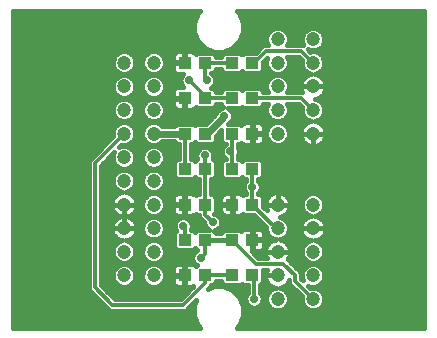
<source format=gbl>
G75*
G70*
%OFA0B0*%
%FSLAX24Y24*%
%IPPOS*%
%LPD*%
%AMOC8*
5,1,8,0,0,1.08239X$1,22.5*
%
%ADD10C,0.0472*%
%ADD11R,0.0433X0.0394*%
%ADD12C,0.0160*%
%ADD13C,0.0240*%
%ADD14C,0.0120*%
%ADD15C,0.0290*%
D10*
X011940Y002150D03*
X012924Y002150D03*
X012924Y002937D03*
X011940Y002937D03*
X011940Y003725D03*
X011940Y004512D03*
X012924Y004512D03*
X012924Y003725D03*
X012924Y005300D03*
X011940Y005300D03*
X011940Y006087D03*
X012924Y006087D03*
X012924Y006874D03*
X011940Y006874D03*
X011940Y007662D03*
X012924Y007662D03*
X012924Y008449D03*
X011940Y008449D03*
X011940Y009237D03*
X012924Y009237D03*
X017058Y009237D03*
X017058Y010024D03*
X018239Y010024D03*
X018239Y009237D03*
X018239Y008449D03*
X018239Y007662D03*
X018239Y006874D03*
X017058Y006874D03*
X017058Y007662D03*
X017058Y008449D03*
X017058Y004512D03*
X017058Y003725D03*
X017058Y002937D03*
X017058Y002150D03*
X017058Y001363D03*
X018239Y001363D03*
X018239Y002150D03*
X018239Y002937D03*
X018239Y003725D03*
X018239Y004512D03*
D11*
X016211Y004512D03*
X015542Y004512D03*
X014636Y004512D03*
X013967Y004512D03*
X013967Y003331D03*
X014636Y003331D03*
X015542Y003331D03*
X016211Y003331D03*
X016211Y002150D03*
X015542Y002150D03*
X014636Y002150D03*
X013967Y002150D03*
X013967Y005693D03*
X014636Y005693D03*
X015542Y005693D03*
X016211Y005693D03*
X016211Y006874D03*
X015542Y006874D03*
X014636Y006874D03*
X013967Y006874D03*
X013967Y008055D03*
X014636Y008055D03*
X015542Y008055D03*
X016211Y008055D03*
X016211Y009237D03*
X015542Y009237D03*
X014636Y009237D03*
X013967Y009237D03*
D12*
X008232Y010975D02*
X008232Y000411D01*
X014486Y000411D01*
X014394Y000504D01*
X014269Y000806D01*
X014269Y001132D01*
X014347Y001322D01*
X014108Y001083D01*
X013991Y000966D01*
X011629Y000966D01*
X011463Y000966D01*
X010872Y001556D01*
X010755Y001673D01*
X010755Y005807D01*
X010755Y005973D01*
X011569Y006786D01*
X011563Y006799D01*
X011563Y006949D01*
X011621Y007087D01*
X011726Y007193D01*
X011865Y007251D01*
X012014Y007251D01*
X012153Y007193D01*
X012258Y007087D01*
X012316Y006949D01*
X012316Y006799D01*
X012258Y006661D01*
X012153Y006555D01*
X012014Y006498D01*
X011865Y006498D01*
X011852Y006504D01*
X011773Y006425D01*
X011865Y006463D01*
X012014Y006463D01*
X012153Y006406D01*
X012258Y006300D01*
X012316Y006162D01*
X012316Y006012D01*
X012258Y005874D01*
X012153Y005768D01*
X012014Y005711D01*
X011865Y005711D01*
X011726Y005768D01*
X011621Y005874D01*
X011563Y006012D01*
X011563Y006162D01*
X011601Y006253D01*
X011155Y005807D01*
X011155Y001839D01*
X011629Y001366D01*
X013825Y001366D01*
X014242Y001782D01*
X014207Y001773D01*
X013986Y001773D01*
X013986Y002131D01*
X013949Y002131D01*
X013949Y001773D01*
X013727Y001773D01*
X013681Y001785D01*
X013640Y001809D01*
X013606Y001843D01*
X013583Y001884D01*
X013571Y001929D01*
X013571Y002131D01*
X013948Y002131D01*
X013948Y002168D01*
X013571Y002168D01*
X013571Y002370D01*
X013583Y002416D01*
X013606Y002457D01*
X013640Y002491D01*
X013681Y002514D01*
X013727Y002527D01*
X013949Y002527D01*
X013949Y002169D01*
X013986Y002169D01*
X013986Y002527D01*
X014207Y002527D01*
X014253Y002514D01*
X014294Y002491D01*
X014328Y002457D01*
X014329Y002454D01*
X014362Y002487D01*
X014366Y002487D01*
X014337Y002499D01*
X014257Y002579D01*
X014214Y002684D01*
X014214Y002797D01*
X014257Y002902D01*
X014337Y002982D01*
X014366Y002994D01*
X014362Y002994D01*
X014302Y003054D01*
X014242Y002994D01*
X013693Y002994D01*
X013611Y003076D01*
X013611Y003586D01*
X013667Y003642D01*
X013666Y003642D01*
X013623Y003747D01*
X013623Y003860D01*
X013666Y003965D01*
X013747Y004045D01*
X013851Y004088D01*
X013965Y004088D01*
X014069Y004045D01*
X014150Y003965D01*
X014193Y003860D01*
X014193Y003747D01*
X014167Y003684D01*
X014167Y003668D01*
X014242Y003668D01*
X014302Y003608D01*
X014362Y003668D01*
X014760Y003668D01*
X014731Y003680D01*
X014651Y003760D01*
X014607Y003865D01*
X014607Y003924D01*
X014554Y003977D01*
X014436Y004095D01*
X014436Y004175D01*
X014362Y004175D01*
X014329Y004208D01*
X014328Y004205D01*
X014294Y004171D01*
X014253Y004148D01*
X014207Y004135D01*
X013986Y004135D01*
X013986Y004493D01*
X013949Y004493D01*
X013949Y004135D01*
X013727Y004135D01*
X013681Y004148D01*
X013640Y004171D01*
X013606Y004205D01*
X013583Y004246D01*
X013571Y004292D01*
X013571Y004494D01*
X013948Y004494D01*
X013948Y004531D01*
X013571Y004531D01*
X013571Y004733D01*
X013583Y004778D01*
X013606Y004819D01*
X013640Y004853D01*
X013681Y004877D01*
X013727Y004889D01*
X013949Y004889D01*
X013949Y004531D01*
X013986Y004531D01*
X013986Y004889D01*
X014207Y004889D01*
X014253Y004877D01*
X014294Y004853D01*
X014328Y004819D01*
X014329Y004816D01*
X014362Y004849D01*
X014436Y004849D01*
X014436Y005356D01*
X014362Y005356D01*
X014302Y005416D01*
X014242Y005356D01*
X013693Y005356D01*
X013611Y005438D01*
X013611Y005948D01*
X013693Y006030D01*
X013767Y006030D01*
X013767Y006537D01*
X013693Y006537D01*
X013616Y006614D01*
X013196Y006614D01*
X013137Y006555D01*
X012999Y006498D01*
X012849Y006498D01*
X012711Y006555D01*
X012605Y006661D01*
X012548Y006799D01*
X012548Y006949D01*
X012605Y007087D01*
X012711Y007193D01*
X012849Y007251D01*
X012999Y007251D01*
X013137Y007193D01*
X013196Y007134D01*
X013616Y007134D01*
X013693Y007211D01*
X014242Y007211D01*
X014302Y007151D01*
X014362Y007211D01*
X014665Y007211D01*
X015019Y007566D01*
X015044Y007626D01*
X015125Y007706D01*
X015229Y007750D01*
X015236Y007750D01*
X015185Y007801D01*
X015185Y007855D01*
X014993Y007855D01*
X014993Y007801D01*
X014911Y007719D01*
X014362Y007719D01*
X014329Y007751D01*
X014328Y007748D01*
X014294Y007715D01*
X014253Y007691D01*
X014207Y007679D01*
X013986Y007679D01*
X013986Y008037D01*
X013949Y008037D01*
X013949Y007679D01*
X013727Y007679D01*
X013681Y007691D01*
X013640Y007715D01*
X013606Y007748D01*
X013583Y007789D01*
X013571Y007835D01*
X013571Y008037D01*
X013948Y008037D01*
X013948Y008074D01*
X013571Y008074D01*
X013571Y008276D01*
X013583Y008322D01*
X013606Y008363D01*
X013640Y008396D01*
X013681Y008420D01*
X013727Y008432D01*
X013916Y008432D01*
X013863Y008485D01*
X013820Y008589D01*
X013820Y008703D01*
X013863Y008807D01*
X013916Y008860D01*
X013727Y008860D01*
X013681Y008872D01*
X013640Y008896D01*
X013606Y008929D01*
X013583Y008970D01*
X013571Y009016D01*
X013571Y009218D01*
X013948Y009218D01*
X013948Y009255D01*
X013571Y009255D01*
X013571Y009457D01*
X013583Y009503D01*
X013606Y009544D01*
X013640Y009577D01*
X013681Y009601D01*
X013727Y009613D01*
X013949Y009613D01*
X013949Y009255D01*
X013986Y009255D01*
X013986Y009613D01*
X014207Y009613D01*
X014253Y009601D01*
X014294Y009577D01*
X014328Y009544D01*
X014329Y009541D01*
X014362Y009573D01*
X014911Y009573D01*
X014993Y009491D01*
X014993Y009436D01*
X015185Y009436D01*
X015185Y009491D01*
X015267Y009573D01*
X015816Y009573D01*
X015876Y009513D01*
X015937Y009573D01*
X016324Y009573D01*
X016464Y009713D01*
X016581Y009830D01*
X016731Y009830D01*
X016681Y009949D01*
X016681Y010099D01*
X016739Y010237D01*
X016845Y010343D01*
X016983Y010400D01*
X017132Y010400D01*
X017271Y010343D01*
X017377Y010237D01*
X017434Y010099D01*
X017434Y009949D01*
X017385Y009830D01*
X017762Y009830D01*
X017912Y009830D01*
X017863Y009949D01*
X017863Y010099D01*
X017920Y010237D01*
X018026Y010343D01*
X018164Y010400D01*
X018314Y010400D01*
X018452Y010343D01*
X018558Y010237D01*
X018615Y010099D01*
X018615Y009949D01*
X018558Y009811D01*
X018452Y009705D01*
X018314Y009648D01*
X018164Y009648D01*
X018072Y009686D01*
X018151Y009607D01*
X018164Y009613D01*
X018314Y009613D01*
X018452Y009555D01*
X018558Y009450D01*
X018615Y009311D01*
X018615Y009162D01*
X018558Y009023D01*
X018452Y008918D01*
X018314Y008860D01*
X018303Y008860D01*
X018336Y008855D01*
X018399Y008835D01*
X018457Y008805D01*
X018510Y008767D01*
X018556Y008720D01*
X018595Y008667D01*
X018624Y008609D01*
X018645Y008547D01*
X018655Y008482D01*
X018655Y008449D01*
X018239Y008449D01*
X018239Y008449D01*
X018655Y008449D01*
X018655Y008416D01*
X018645Y008352D01*
X018624Y008289D01*
X018595Y008231D01*
X018556Y008178D01*
X018510Y008132D01*
X018457Y008093D01*
X018399Y008063D01*
X018336Y008043D01*
X018303Y008038D01*
X018314Y008038D01*
X018452Y007981D01*
X018558Y007875D01*
X018615Y007737D01*
X018615Y007587D01*
X018558Y007449D01*
X018452Y007343D01*
X018314Y007286D01*
X018303Y007286D01*
X018336Y007280D01*
X018399Y007260D01*
X018457Y007230D01*
X018510Y007192D01*
X018556Y007145D01*
X018595Y007092D01*
X018624Y007034D01*
X018645Y006972D01*
X018655Y006907D01*
X018655Y006874D01*
X018239Y006874D01*
X018239Y006874D01*
X018239Y006458D01*
X018271Y006458D01*
X018336Y006468D01*
X018399Y006489D01*
X018457Y006518D01*
X018510Y006557D01*
X018556Y006603D01*
X018595Y006656D01*
X018624Y006715D01*
X018645Y006777D01*
X018655Y006842D01*
X018655Y006874D01*
X018239Y006874D01*
X018239Y006874D01*
X018239Y006458D01*
X018206Y006458D01*
X018141Y006468D01*
X018079Y006489D01*
X018021Y006518D01*
X017968Y006557D01*
X017921Y006603D01*
X017883Y006656D01*
X017853Y006715D01*
X017833Y006777D01*
X017823Y006842D01*
X017823Y006874D01*
X018238Y006874D01*
X018238Y006874D01*
X017823Y006874D01*
X017823Y006907D01*
X017833Y006972D01*
X017853Y007034D01*
X017883Y007092D01*
X017921Y007145D01*
X017968Y007192D01*
X018021Y007230D01*
X018079Y007260D01*
X018141Y007280D01*
X018174Y007286D01*
X018164Y007286D01*
X018026Y007343D01*
X017920Y007449D01*
X017863Y007587D01*
X017863Y007737D01*
X017868Y007750D01*
X017762Y007855D01*
X017385Y007855D01*
X017434Y007737D01*
X017434Y007587D01*
X017377Y007449D01*
X017271Y007343D01*
X017132Y007286D01*
X016983Y007286D01*
X016845Y007343D01*
X016739Y007449D01*
X016681Y007587D01*
X016681Y007737D01*
X016731Y007855D01*
X016568Y007855D01*
X016568Y007801D01*
X016486Y007719D01*
X015937Y007719D01*
X015876Y007779D01*
X015816Y007719D01*
X015418Y007719D01*
X015447Y007706D01*
X015528Y007626D01*
X015571Y007522D01*
X015571Y007408D01*
X015528Y007303D01*
X015447Y007223D01*
X015418Y007211D01*
X015816Y007211D01*
X015849Y007179D01*
X015851Y007182D01*
X015884Y007215D01*
X015925Y007239D01*
X015971Y007251D01*
X016193Y007251D01*
X016193Y006893D01*
X016230Y006893D01*
X016608Y006893D01*
X016608Y007095D01*
X016595Y007141D01*
X016572Y007182D01*
X016538Y007215D01*
X016497Y007239D01*
X016451Y007251D01*
X016230Y007251D01*
X016230Y006893D01*
X016230Y006856D01*
X016608Y006856D01*
X016608Y006654D01*
X016595Y006608D01*
X016572Y006567D01*
X016538Y006533D01*
X016497Y006510D01*
X016451Y006497D01*
X016230Y006497D01*
X016230Y006856D01*
X016193Y006856D01*
X016193Y006497D01*
X015971Y006497D01*
X015925Y006510D01*
X015884Y006533D01*
X015851Y006567D01*
X015849Y006570D01*
X015816Y006537D01*
X015742Y006537D01*
X015742Y006426D01*
X015742Y006403D01*
X015768Y006340D01*
X015768Y006227D01*
X015742Y006164D01*
X015742Y006030D01*
X015816Y006030D01*
X015877Y005970D01*
X015937Y006030D01*
X016486Y006030D01*
X016568Y005948D01*
X016568Y005438D01*
X016486Y005356D01*
X016411Y005356D01*
X016411Y005306D01*
X016453Y005264D01*
X016496Y005159D01*
X016496Y005046D01*
X016453Y004941D01*
X016411Y004900D01*
X016411Y004849D01*
X016486Y004849D01*
X016568Y004767D01*
X016568Y004438D01*
X016691Y004315D01*
X016672Y004352D01*
X016652Y004415D01*
X016641Y004479D01*
X016641Y004512D01*
X017057Y004512D01*
X017057Y004512D01*
X016641Y004512D01*
X016641Y004545D01*
X016652Y004610D01*
X016672Y004672D01*
X016702Y004730D01*
X016740Y004783D01*
X016786Y004830D01*
X016839Y004868D01*
X016898Y004898D01*
X016960Y004918D01*
X017025Y004928D01*
X017057Y004928D01*
X017057Y004513D01*
X017058Y004513D01*
X017058Y004928D01*
X017090Y004928D01*
X017155Y004918D01*
X017217Y004898D01*
X017276Y004868D01*
X017329Y004830D01*
X017375Y004783D01*
X017414Y004730D01*
X017443Y004672D01*
X017464Y004610D01*
X017474Y004545D01*
X017474Y004512D01*
X017058Y004512D01*
X017058Y004512D01*
X017474Y004512D01*
X017474Y004479D01*
X017464Y004415D01*
X017443Y004352D01*
X017414Y004294D01*
X017375Y004241D01*
X017329Y004195D01*
X017276Y004156D01*
X017217Y004126D01*
X017155Y004106D01*
X017122Y004101D01*
X017132Y004101D01*
X017271Y004044D01*
X017377Y003938D01*
X017434Y003800D01*
X017434Y003650D01*
X017377Y003512D01*
X017271Y003406D01*
X017132Y003349D01*
X017122Y003349D01*
X017155Y003343D01*
X017217Y003323D01*
X017276Y003293D01*
X017329Y003255D01*
X017375Y003208D01*
X017414Y003155D01*
X017443Y003097D01*
X017464Y003035D01*
X017474Y002970D01*
X017474Y002937D01*
X017058Y002937D01*
X017058Y002937D01*
X017474Y002937D01*
X017474Y002905D01*
X017464Y002840D01*
X017443Y002778D01*
X017414Y002719D01*
X017392Y002689D01*
X017731Y002350D01*
X017848Y002233D01*
X017848Y002036D01*
X017900Y001984D01*
X017863Y002075D01*
X017863Y002225D01*
X017920Y002363D01*
X018026Y002469D01*
X018164Y002526D01*
X018314Y002526D01*
X018452Y002469D01*
X018558Y002363D01*
X018615Y002225D01*
X018615Y002075D01*
X018558Y001937D01*
X018452Y001831D01*
X018314Y001774D01*
X018164Y001774D01*
X018072Y001812D01*
X018151Y001733D01*
X018164Y001739D01*
X018314Y001739D01*
X018452Y001681D01*
X018558Y001576D01*
X018615Y001437D01*
X018615Y001288D01*
X018558Y001149D01*
X018452Y001044D01*
X018314Y000986D01*
X018164Y000986D01*
X018026Y001044D01*
X017920Y001149D01*
X017863Y001288D01*
X017863Y001437D01*
X017868Y001450D01*
X017429Y001450D01*
X017434Y001437D02*
X017377Y001576D01*
X017271Y001681D01*
X017132Y001739D01*
X017122Y001739D01*
X017155Y001744D01*
X017217Y001764D01*
X017276Y001794D01*
X017329Y001832D01*
X017375Y001879D01*
X017414Y001932D01*
X017443Y001990D01*
X017448Y002005D01*
X017448Y001870D01*
X017868Y001450D01*
X017863Y001291D02*
X017434Y001291D01*
X017434Y001288D02*
X017434Y001437D01*
X017434Y001288D02*
X017377Y001149D01*
X017271Y001044D01*
X017132Y000986D01*
X016983Y000986D01*
X016845Y001044D01*
X016739Y001149D01*
X016681Y001288D01*
X016681Y001437D01*
X016739Y001576D01*
X016845Y001681D01*
X016983Y001739D01*
X016993Y001739D01*
X016960Y001744D01*
X016898Y001764D01*
X016839Y001794D01*
X016786Y001832D01*
X016740Y001879D01*
X016702Y001932D01*
X016672Y001990D01*
X016652Y002052D01*
X016641Y002117D01*
X016641Y002150D01*
X017057Y002150D01*
X017057Y002150D01*
X016641Y002150D01*
X016641Y002183D01*
X016652Y002247D01*
X016672Y002310D01*
X016689Y002344D01*
X016568Y002344D01*
X016568Y001895D01*
X016486Y001813D01*
X016470Y001813D01*
X016470Y001566D01*
X016512Y001524D01*
X016555Y001419D01*
X016555Y001306D01*
X016512Y001201D01*
X016432Y001121D01*
X016327Y001078D01*
X016214Y001078D01*
X016109Y001121D01*
X016029Y001201D01*
X015985Y001306D01*
X015985Y001419D01*
X016029Y001524D01*
X016070Y001566D01*
X016070Y001813D01*
X015937Y001813D01*
X015876Y001873D01*
X015816Y001813D01*
X015267Y001813D01*
X015185Y001895D01*
X015185Y001950D01*
X014993Y001950D01*
X014993Y001895D01*
X014911Y001813D01*
X014836Y001813D01*
X014836Y001811D01*
X014736Y001711D01*
X014926Y001789D01*
X015252Y001789D01*
X015554Y001664D01*
X015785Y001434D01*
X015910Y001132D01*
X015910Y000806D01*
X015785Y000504D01*
X015692Y000411D01*
X021946Y000411D01*
X021946Y010975D01*
X015692Y010975D01*
X015785Y010882D01*
X015910Y010581D01*
X015910Y010254D01*
X015785Y009953D01*
X015554Y009722D01*
X015252Y009597D01*
X014926Y009597D01*
X014624Y009722D01*
X014394Y009953D01*
X014269Y010254D01*
X014269Y010581D01*
X014394Y010882D01*
X014486Y010975D01*
X008232Y010975D01*
X008232Y010962D02*
X014474Y010962D01*
X014361Y010804D02*
X008232Y010804D01*
X008232Y010645D02*
X014295Y010645D01*
X014269Y010487D02*
X008232Y010487D01*
X008232Y010328D02*
X014269Y010328D01*
X014304Y010170D02*
X008232Y010170D01*
X008232Y010011D02*
X014369Y010011D01*
X014494Y009853D02*
X008232Y009853D01*
X008232Y009694D02*
X014692Y009694D01*
X014949Y009535D02*
X015229Y009535D01*
X015486Y009694D02*
X016445Y009694D01*
X016721Y009853D02*
X015684Y009853D01*
X015809Y010011D02*
X016681Y010011D01*
X016711Y010170D02*
X015875Y010170D01*
X015910Y010328D02*
X016830Y010328D01*
X017285Y010328D02*
X018011Y010328D01*
X017892Y010170D02*
X017404Y010170D01*
X017434Y010011D02*
X017863Y010011D01*
X017903Y009853D02*
X017394Y009853D01*
X017385Y009430D02*
X017762Y009430D01*
X017868Y009324D01*
X017863Y009311D01*
X017863Y009162D01*
X017920Y009023D01*
X018026Y008918D01*
X018164Y008860D01*
X018174Y008860D01*
X018141Y008855D01*
X018079Y008835D01*
X018021Y008805D01*
X017968Y008767D01*
X017921Y008720D01*
X017883Y008667D01*
X017853Y008609D01*
X017833Y008547D01*
X017823Y008482D01*
X017823Y008449D01*
X017823Y008416D01*
X017833Y008352D01*
X017853Y008289D01*
X017870Y008255D01*
X017762Y008255D01*
X017385Y008255D01*
X017434Y008374D01*
X017434Y008524D01*
X017377Y008662D01*
X017271Y008768D01*
X017132Y008825D01*
X016983Y008825D01*
X016845Y008768D01*
X016739Y008662D01*
X016681Y008524D01*
X016681Y008374D01*
X016731Y008255D01*
X016568Y008255D01*
X016568Y008310D01*
X016486Y008392D01*
X015937Y008392D01*
X015876Y008332D01*
X015816Y008392D01*
X015267Y008392D01*
X015185Y008310D01*
X015185Y008255D01*
X014993Y008255D01*
X014993Y008310D01*
X014911Y008392D01*
X014827Y008392D01*
X014857Y008404D01*
X014937Y008485D01*
X014980Y008589D01*
X014980Y008703D01*
X014937Y008807D01*
X014857Y008888D01*
X014836Y008896D01*
X014836Y008900D01*
X014911Y008900D01*
X014993Y008982D01*
X014993Y009037D01*
X015185Y009037D01*
X015185Y008982D01*
X015267Y008900D01*
X015816Y008900D01*
X015876Y008960D01*
X015937Y008900D01*
X016486Y008900D01*
X016568Y008982D01*
X016568Y009251D01*
X016719Y009403D01*
X016681Y009311D01*
X016681Y009162D01*
X016739Y009023D01*
X016845Y008918D01*
X016983Y008860D01*
X017132Y008860D01*
X017271Y008918D01*
X017377Y009023D01*
X017434Y009162D01*
X017434Y009311D01*
X017385Y009430D01*
X017407Y009377D02*
X017815Y009377D01*
X017863Y009218D02*
X017434Y009218D01*
X017392Y009060D02*
X017905Y009060D01*
X018065Y008901D02*
X017231Y008901D01*
X017296Y008743D02*
X017944Y008743D01*
X017845Y008584D02*
X017409Y008584D01*
X017434Y008426D02*
X017823Y008426D01*
X017823Y008449D02*
X018238Y008449D01*
X018238Y008449D01*
X017823Y008449D01*
X017864Y008267D02*
X017389Y008267D01*
X017411Y007791D02*
X017826Y007791D01*
X017863Y007633D02*
X017434Y007633D01*
X017387Y007474D02*
X017909Y007474D01*
X018091Y007316D02*
X017206Y007316D01*
X017132Y007251D02*
X016983Y007251D01*
X016845Y007193D01*
X016739Y007087D01*
X016681Y006949D01*
X016681Y006799D01*
X016739Y006661D01*
X016845Y006555D01*
X016983Y006498D01*
X017132Y006498D01*
X017271Y006555D01*
X017377Y006661D01*
X017434Y006799D01*
X017434Y006949D01*
X017377Y007087D01*
X017271Y007193D01*
X017132Y007251D01*
X017307Y007157D02*
X017933Y007157D01*
X017842Y006999D02*
X017413Y006999D01*
X017434Y006840D02*
X017823Y006840D01*
X017870Y006682D02*
X017385Y006682D01*
X017193Y006523D02*
X018014Y006523D01*
X018239Y006523D02*
X018239Y006523D01*
X018239Y006682D02*
X018239Y006682D01*
X018239Y006840D02*
X018239Y006840D01*
X018463Y006523D02*
X021946Y006523D01*
X021946Y006365D02*
X015758Y006365D01*
X015759Y006206D02*
X021946Y006206D01*
X021946Y006048D02*
X015742Y006048D01*
X015342Y006034D02*
X015342Y006030D01*
X015267Y006030D01*
X015185Y005948D01*
X015185Y005438D01*
X015267Y005356D01*
X015816Y005356D01*
X015877Y005416D01*
X015937Y005356D01*
X016011Y005356D01*
X016011Y005306D01*
X015970Y005264D01*
X015926Y005159D01*
X015926Y005046D01*
X015970Y004941D01*
X016011Y004900D01*
X016011Y004849D01*
X015937Y004849D01*
X015904Y004816D01*
X015902Y004819D01*
X015869Y004853D01*
X015828Y004877D01*
X015782Y004889D01*
X015560Y004889D01*
X015560Y004531D01*
X015523Y004531D01*
X015523Y004889D01*
X015302Y004889D01*
X015256Y004877D01*
X015215Y004853D01*
X015181Y004819D01*
X015158Y004778D01*
X015145Y004733D01*
X015145Y004531D01*
X015523Y004531D01*
X015523Y004494D01*
X015145Y004494D01*
X015145Y004292D01*
X015158Y004246D01*
X015181Y004205D01*
X015215Y004171D01*
X015256Y004148D01*
X015302Y004135D01*
X015523Y004135D01*
X015523Y004493D01*
X015560Y004493D01*
X015560Y004135D01*
X015782Y004135D01*
X015828Y004148D01*
X015869Y004171D01*
X015902Y004205D01*
X015904Y004208D01*
X015937Y004175D01*
X016265Y004175D01*
X016681Y003759D01*
X016681Y003650D01*
X016739Y003512D01*
X016845Y003406D01*
X016983Y003349D01*
X016993Y003349D01*
X016960Y003343D01*
X016898Y003323D01*
X016839Y003293D01*
X016786Y003255D01*
X016740Y003208D01*
X016702Y003155D01*
X016672Y003097D01*
X016652Y003035D01*
X016578Y003035D01*
X016572Y003024D02*
X016595Y003065D01*
X016608Y003110D01*
X016608Y003313D01*
X016230Y003313D01*
X016230Y003349D01*
X016608Y003349D01*
X016608Y003552D01*
X016595Y003597D01*
X016572Y003638D01*
X016538Y003672D01*
X016497Y003696D01*
X016451Y003708D01*
X016230Y003708D01*
X016230Y003350D01*
X016193Y003350D01*
X016193Y003708D01*
X015971Y003708D01*
X015925Y003696D01*
X015884Y003672D01*
X015851Y003638D01*
X015849Y003635D01*
X015816Y003668D01*
X015267Y003668D01*
X015185Y003586D01*
X015185Y003551D01*
X014993Y003551D01*
X014993Y003586D01*
X014942Y003637D01*
X014949Y003637D01*
X015054Y003680D01*
X015134Y003760D01*
X015177Y003865D01*
X015177Y003978D01*
X015134Y004083D01*
X015054Y004163D01*
X014949Y004207D01*
X014942Y004207D01*
X014993Y004257D01*
X014993Y004767D01*
X014911Y004849D01*
X014836Y004849D01*
X014836Y005356D01*
X014911Y005356D01*
X014993Y005438D01*
X014993Y005948D01*
X014911Y006030D01*
X014897Y006030D01*
X014921Y006089D01*
X014921Y006203D01*
X014878Y006307D01*
X014798Y006388D01*
X014693Y006431D01*
X014580Y006431D01*
X014475Y006388D01*
X014395Y006307D01*
X014351Y006203D01*
X014351Y006089D01*
X014376Y006030D01*
X014362Y006030D01*
X014302Y005970D01*
X014242Y006030D01*
X014167Y006030D01*
X014167Y006537D01*
X014242Y006537D01*
X014302Y006598D01*
X014362Y006537D01*
X014911Y006537D01*
X014993Y006619D01*
X014993Y006804D01*
X015185Y006997D01*
X015185Y006619D01*
X015267Y006537D01*
X015342Y006537D01*
X015342Y006534D01*
X015321Y006525D01*
X015241Y006445D01*
X015198Y006340D01*
X015198Y006227D01*
X015241Y006122D01*
X015321Y006042D01*
X015342Y006034D01*
X015316Y006048D02*
X014904Y006048D01*
X014920Y006206D02*
X015206Y006206D01*
X015208Y006365D02*
X014821Y006365D01*
X014993Y006682D02*
X015185Y006682D01*
X015185Y006840D02*
X015029Y006840D01*
X015319Y006523D02*
X014167Y006523D01*
X014167Y006365D02*
X014452Y006365D01*
X014353Y006206D02*
X014167Y006206D01*
X014167Y006048D02*
X014369Y006048D01*
X013767Y006048D02*
X013300Y006048D01*
X013300Y006012D02*
X013243Y005874D01*
X013137Y005768D01*
X012999Y005711D01*
X012849Y005711D01*
X012711Y005768D01*
X012605Y005874D01*
X012548Y006012D01*
X012548Y006162D01*
X012605Y006300D01*
X012711Y006406D01*
X012849Y006463D01*
X012999Y006463D01*
X013137Y006406D01*
X013243Y006300D01*
X013300Y006162D01*
X013300Y006012D01*
X013249Y005889D02*
X013611Y005889D01*
X013611Y005730D02*
X013046Y005730D01*
X012999Y005676D02*
X012849Y005676D01*
X012711Y005618D01*
X012605Y005513D01*
X012548Y005374D01*
X012548Y005225D01*
X012605Y005086D01*
X012711Y004981D01*
X012849Y004923D01*
X012999Y004923D01*
X013137Y004981D01*
X013243Y005086D01*
X013300Y005225D01*
X013300Y005374D01*
X013243Y005513D01*
X013137Y005618D01*
X012999Y005676D01*
X012801Y005730D02*
X012062Y005730D01*
X012014Y005676D02*
X011865Y005676D01*
X011726Y005618D01*
X011621Y005513D01*
X011563Y005374D01*
X011563Y005225D01*
X011621Y005086D01*
X011726Y004981D01*
X011865Y004923D01*
X011875Y004923D01*
X011842Y004918D01*
X011780Y004898D01*
X011721Y004868D01*
X011668Y004830D01*
X011622Y004783D01*
X011584Y004730D01*
X011554Y004672D01*
X011534Y004610D01*
X011523Y004545D01*
X011523Y004512D01*
X011523Y004479D01*
X011534Y004415D01*
X011554Y004352D01*
X011584Y004294D01*
X011622Y004241D01*
X011668Y004195D01*
X011721Y004156D01*
X011780Y004126D01*
X011804Y004118D01*
X011780Y004110D01*
X011721Y004081D01*
X011668Y004042D01*
X011622Y003996D01*
X011584Y003943D01*
X011554Y003884D01*
X011534Y003822D01*
X011523Y003757D01*
X011523Y003725D01*
X011939Y003725D01*
X011939Y003724D01*
X011523Y003724D01*
X011523Y003692D01*
X011534Y003627D01*
X011554Y003565D01*
X011584Y003507D01*
X011622Y003454D01*
X011668Y003407D01*
X011721Y003369D01*
X011780Y003339D01*
X011842Y003319D01*
X011875Y003314D01*
X011865Y003314D01*
X011726Y003256D01*
X011621Y003150D01*
X011563Y003012D01*
X011563Y002862D01*
X011621Y002724D01*
X011726Y002618D01*
X011865Y002561D01*
X012014Y002561D01*
X012153Y002618D01*
X012258Y002724D01*
X012316Y002862D01*
X012316Y003012D01*
X012258Y003150D01*
X012153Y003256D01*
X012014Y003314D01*
X012004Y003314D01*
X012037Y003319D01*
X012099Y003339D01*
X012158Y003369D01*
X012211Y003407D01*
X012257Y003454D01*
X012295Y003507D01*
X012325Y003565D01*
X012345Y003627D01*
X012356Y003692D01*
X012356Y003724D01*
X011940Y003724D01*
X011940Y003725D01*
X012356Y003725D01*
X012356Y003757D01*
X012345Y003822D01*
X012325Y003884D01*
X012295Y003943D01*
X012257Y003996D01*
X012211Y004042D01*
X012158Y004081D01*
X012099Y004110D01*
X012075Y004118D01*
X012099Y004126D01*
X012158Y004156D01*
X012211Y004195D01*
X012257Y004241D01*
X012295Y004294D01*
X012325Y004352D01*
X012345Y004415D01*
X012356Y004479D01*
X012356Y004512D01*
X011940Y004512D01*
X011940Y004512D01*
X012356Y004512D01*
X012356Y004545D01*
X012345Y004610D01*
X012325Y004672D01*
X012295Y004730D01*
X012257Y004783D01*
X012211Y004830D01*
X012158Y004868D01*
X012099Y004898D01*
X012037Y004918D01*
X012004Y004923D01*
X012014Y004923D01*
X012153Y004981D01*
X012258Y005086D01*
X012316Y005225D01*
X012316Y005374D01*
X012258Y005513D01*
X012153Y005618D01*
X012014Y005676D01*
X011817Y005730D02*
X011155Y005730D01*
X011155Y005572D02*
X011680Y005572D01*
X011579Y005413D02*
X011155Y005413D01*
X011155Y005255D02*
X011563Y005255D01*
X011616Y005096D02*
X011155Y005096D01*
X011155Y004938D02*
X011830Y004938D01*
X012049Y004938D02*
X012814Y004938D01*
X012849Y004888D02*
X012711Y004831D01*
X012605Y004725D01*
X012548Y004587D01*
X012548Y004437D01*
X012605Y004299D01*
X012711Y004193D01*
X012849Y004136D01*
X012999Y004136D01*
X013137Y004193D01*
X013243Y004299D01*
X013300Y004437D01*
X013300Y004587D01*
X013243Y004725D01*
X013137Y004831D01*
X012999Y004888D01*
X012849Y004888D01*
X013033Y004938D02*
X014436Y004938D01*
X014436Y005096D02*
X013247Y005096D01*
X013300Y005255D02*
X014436Y005255D01*
X014305Y005413D02*
X014299Y005413D01*
X014836Y005255D02*
X015966Y005255D01*
X015926Y005096D02*
X014836Y005096D01*
X014836Y004938D02*
X015973Y004938D01*
X015560Y004779D02*
X015523Y004779D01*
X015523Y004621D02*
X015560Y004621D01*
X015560Y004462D02*
X015523Y004462D01*
X015523Y004304D02*
X015560Y004304D01*
X015560Y004145D02*
X015523Y004145D01*
X015265Y004145D02*
X015072Y004145D01*
X015145Y004304D02*
X014993Y004304D01*
X014993Y004462D02*
X015145Y004462D01*
X015145Y004621D02*
X014993Y004621D01*
X014981Y004779D02*
X015158Y004779D01*
X015210Y005413D02*
X014968Y005413D01*
X014993Y005572D02*
X015185Y005572D01*
X015185Y005730D02*
X014993Y005730D01*
X014993Y005889D02*
X015185Y005889D01*
X015873Y005413D02*
X015880Y005413D01*
X016457Y005255D02*
X021946Y005255D01*
X021946Y005413D02*
X016543Y005413D01*
X016568Y005572D02*
X021946Y005572D01*
X021946Y005730D02*
X016568Y005730D01*
X016568Y005889D02*
X021946Y005889D01*
X021946Y006682D02*
X018608Y006682D01*
X018655Y006840D02*
X021946Y006840D01*
X021946Y006999D02*
X018636Y006999D01*
X018544Y007157D02*
X021946Y007157D01*
X021946Y007316D02*
X018387Y007316D01*
X018568Y007474D02*
X021946Y007474D01*
X021946Y007633D02*
X018615Y007633D01*
X018592Y007791D02*
X021946Y007791D01*
X021946Y007950D02*
X018482Y007950D01*
X018478Y008109D02*
X021946Y008109D01*
X021946Y008267D02*
X018613Y008267D01*
X018655Y008426D02*
X021946Y008426D01*
X021946Y008584D02*
X018632Y008584D01*
X018534Y008743D02*
X021946Y008743D01*
X021946Y008901D02*
X018412Y008901D01*
X018573Y009060D02*
X021946Y009060D01*
X021946Y009218D02*
X018615Y009218D01*
X018588Y009377D02*
X021946Y009377D01*
X021946Y009535D02*
X018472Y009535D01*
X018425Y009694D02*
X021946Y009694D01*
X021946Y009853D02*
X018575Y009853D01*
X018615Y010011D02*
X021946Y010011D01*
X021946Y010170D02*
X018586Y010170D01*
X018466Y010328D02*
X021946Y010328D01*
X021946Y010487D02*
X015910Y010487D01*
X015883Y010645D02*
X021946Y010645D01*
X021946Y010804D02*
X015817Y010804D01*
X015705Y010962D02*
X021946Y010962D01*
X016884Y008901D02*
X016487Y008901D01*
X016568Y009060D02*
X016724Y009060D01*
X016681Y009218D02*
X016568Y009218D01*
X016693Y009377D02*
X016709Y009377D01*
X016819Y008743D02*
X014964Y008743D01*
X014978Y008584D02*
X016706Y008584D01*
X016681Y008426D02*
X014878Y008426D01*
X014993Y008267D02*
X015185Y008267D01*
X015194Y007791D02*
X014984Y007791D01*
X015051Y007633D02*
X013300Y007633D01*
X013300Y007587D02*
X013300Y007737D01*
X013243Y007875D01*
X013137Y007981D01*
X012999Y008038D01*
X012849Y008038D01*
X012711Y007981D01*
X012605Y007875D01*
X012548Y007737D01*
X012548Y007587D01*
X012605Y007449D01*
X012711Y007343D01*
X012849Y007286D01*
X012999Y007286D01*
X013137Y007343D01*
X013243Y007449D01*
X013300Y007587D01*
X013253Y007474D02*
X014928Y007474D01*
X014769Y007316D02*
X013072Y007316D01*
X013173Y007157D02*
X013639Y007157D01*
X014295Y007157D02*
X014308Y007157D01*
X013986Y007791D02*
X013949Y007791D01*
X013949Y007950D02*
X013986Y007950D01*
X013571Y007950D02*
X013167Y007950D01*
X013085Y008109D02*
X013571Y008109D01*
X013571Y008267D02*
X013256Y008267D01*
X013243Y008236D02*
X013300Y008374D01*
X013300Y008524D01*
X013243Y008662D01*
X013137Y008768D01*
X012999Y008825D01*
X012849Y008825D01*
X012711Y008768D01*
X012605Y008662D01*
X012548Y008524D01*
X012548Y008374D01*
X012605Y008236D01*
X012711Y008130D01*
X012849Y008073D01*
X012999Y008073D01*
X013137Y008130D01*
X013243Y008236D01*
X013300Y008426D02*
X013702Y008426D01*
X013822Y008584D02*
X013275Y008584D01*
X013162Y008743D02*
X013836Y008743D01*
X013634Y008901D02*
X013097Y008901D01*
X013137Y008918D02*
X012999Y008860D01*
X012849Y008860D01*
X012711Y008918D01*
X012605Y009023D01*
X012548Y009162D01*
X012548Y009311D01*
X012605Y009450D01*
X012711Y009555D01*
X012849Y009613D01*
X012999Y009613D01*
X013137Y009555D01*
X013243Y009450D01*
X013300Y009311D01*
X013300Y009162D01*
X013243Y009023D01*
X013137Y008918D01*
X013258Y009060D02*
X013571Y009060D01*
X013300Y009218D02*
X013948Y009218D01*
X013949Y009377D02*
X013986Y009377D01*
X013986Y009535D02*
X013949Y009535D01*
X013602Y009535D02*
X013157Y009535D01*
X013273Y009377D02*
X013571Y009377D01*
X012750Y008901D02*
X012113Y008901D01*
X012153Y008918D02*
X012258Y009023D01*
X012316Y009162D01*
X012316Y009311D01*
X012258Y009450D01*
X012153Y009555D01*
X012014Y009613D01*
X011865Y009613D01*
X011726Y009555D01*
X011621Y009450D01*
X011563Y009311D01*
X011563Y009162D01*
X011621Y009023D01*
X011726Y008918D01*
X011865Y008860D01*
X012014Y008860D01*
X012153Y008918D01*
X012153Y008768D02*
X012014Y008825D01*
X011865Y008825D01*
X011726Y008768D01*
X011621Y008662D01*
X011563Y008524D01*
X011563Y008374D01*
X011621Y008236D01*
X011726Y008130D01*
X011865Y008073D01*
X012014Y008073D01*
X012153Y008130D01*
X012258Y008236D01*
X012316Y008374D01*
X012316Y008524D01*
X012258Y008662D01*
X012153Y008768D01*
X012178Y008743D02*
X012685Y008743D01*
X012573Y008584D02*
X012291Y008584D01*
X012316Y008426D02*
X012548Y008426D01*
X012592Y008267D02*
X012271Y008267D01*
X012100Y008109D02*
X012763Y008109D01*
X012680Y007950D02*
X012183Y007950D01*
X012153Y007981D02*
X012014Y008038D01*
X011865Y008038D01*
X011726Y007981D01*
X011621Y007875D01*
X011563Y007737D01*
X011563Y007587D01*
X011621Y007449D01*
X011726Y007343D01*
X011865Y007286D01*
X012014Y007286D01*
X012153Y007343D01*
X012258Y007449D01*
X012316Y007587D01*
X012316Y007737D01*
X012258Y007875D01*
X012153Y007981D01*
X012293Y007791D02*
X012570Y007791D01*
X012548Y007633D02*
X012316Y007633D01*
X012269Y007474D02*
X012594Y007474D01*
X012776Y007316D02*
X012088Y007316D01*
X012189Y007157D02*
X012675Y007157D01*
X012568Y006999D02*
X012295Y006999D01*
X012316Y006840D02*
X012548Y006840D01*
X012596Y006682D02*
X012267Y006682D01*
X012075Y006523D02*
X012788Y006523D01*
X012669Y006365D02*
X012194Y006365D01*
X012297Y006206D02*
X012566Y006206D01*
X012548Y006048D02*
X012316Y006048D01*
X012265Y005889D02*
X012599Y005889D01*
X012664Y005572D02*
X012199Y005572D01*
X012300Y005413D02*
X012564Y005413D01*
X012548Y005255D02*
X012316Y005255D01*
X012262Y005096D02*
X012601Y005096D01*
X012659Y004779D02*
X012260Y004779D01*
X012342Y004621D02*
X012562Y004621D01*
X012548Y004462D02*
X012353Y004462D01*
X012300Y004304D02*
X012603Y004304D01*
X012827Y004145D02*
X012136Y004145D01*
X011940Y004145D02*
X011939Y004145D01*
X011940Y004096D02*
X011940Y004512D01*
X011939Y004512D01*
X011523Y004512D01*
X011939Y004512D01*
X011939Y004512D01*
X011939Y004096D01*
X011939Y003725D01*
X011940Y003725D01*
X011940Y004096D01*
X011939Y003986D02*
X011940Y003986D01*
X011939Y003828D02*
X011940Y003828D01*
X012264Y003986D02*
X012654Y003986D01*
X012605Y003938D02*
X012548Y003800D01*
X012548Y003650D01*
X012605Y003512D01*
X012711Y003406D01*
X012849Y003349D01*
X012999Y003349D01*
X013137Y003406D01*
X013243Y003512D01*
X013300Y003650D01*
X013300Y003800D01*
X013243Y003938D01*
X013137Y004044D01*
X012999Y004101D01*
X012849Y004101D01*
X012711Y004044D01*
X012605Y003938D01*
X012559Y003828D02*
X012344Y003828D01*
X012352Y003669D02*
X012548Y003669D01*
X012606Y003511D02*
X012298Y003511D01*
X012125Y003352D02*
X012840Y003352D01*
X012849Y003314D02*
X012711Y003256D01*
X012605Y003150D01*
X012548Y003012D01*
X012548Y002862D01*
X012605Y002724D01*
X012711Y002618D01*
X012849Y002561D01*
X012999Y002561D01*
X013137Y002618D01*
X013243Y002724D01*
X013300Y002862D01*
X013300Y003012D01*
X013243Y003150D01*
X013137Y003256D01*
X012999Y003314D01*
X012849Y003314D01*
X013008Y003352D02*
X013611Y003352D01*
X013611Y003194D02*
X013199Y003194D01*
X013290Y003035D02*
X013651Y003035D01*
X013300Y002877D02*
X014247Y002877D01*
X014283Y003035D02*
X014321Y003035D01*
X014214Y002718D02*
X013237Y002718D01*
X013137Y002469D02*
X012999Y002526D01*
X012849Y002526D01*
X012711Y002469D01*
X012605Y002363D01*
X012548Y002225D01*
X012548Y002075D01*
X012605Y001937D01*
X012711Y001831D01*
X012849Y001774D01*
X012999Y001774D01*
X013137Y001831D01*
X013243Y001937D01*
X013300Y002075D01*
X013300Y002225D01*
X013243Y002363D01*
X013137Y002469D01*
X013205Y002401D02*
X013579Y002401D01*
X013571Y002242D02*
X013293Y002242D01*
X013300Y002084D02*
X013571Y002084D01*
X013572Y001925D02*
X013231Y001925D01*
X012616Y001925D02*
X012247Y001925D01*
X012258Y001937D02*
X012316Y002075D01*
X012316Y002225D01*
X012258Y002363D01*
X012153Y002469D01*
X012014Y002526D01*
X011865Y002526D01*
X011726Y002469D01*
X011621Y002363D01*
X011563Y002225D01*
X011563Y002075D01*
X011621Y001937D01*
X011726Y001831D01*
X011865Y001774D01*
X012014Y001774D01*
X012153Y001831D01*
X012258Y001937D01*
X012316Y002084D02*
X012548Y002084D01*
X012555Y002242D02*
X012308Y002242D01*
X012220Y002401D02*
X012643Y002401D01*
X012611Y002718D02*
X012252Y002718D01*
X012316Y002877D02*
X012548Y002877D01*
X012557Y003035D02*
X012306Y003035D01*
X012215Y003194D02*
X012648Y003194D01*
X013242Y003511D02*
X013611Y003511D01*
X013655Y003669D02*
X013300Y003669D01*
X013288Y003828D02*
X013623Y003828D01*
X013688Y003986D02*
X013194Y003986D01*
X013021Y004145D02*
X013691Y004145D01*
X013571Y004304D02*
X013245Y004304D01*
X013300Y004462D02*
X013571Y004462D01*
X013571Y004621D02*
X013286Y004621D01*
X013189Y004779D02*
X013583Y004779D01*
X013949Y004779D02*
X013986Y004779D01*
X013986Y004621D02*
X013949Y004621D01*
X013949Y004462D02*
X013986Y004462D01*
X013986Y004304D02*
X013949Y004304D01*
X013949Y004145D02*
X013986Y004145D01*
X014128Y003986D02*
X014545Y003986D01*
X014623Y003828D02*
X014193Y003828D01*
X014167Y003669D02*
X014756Y003669D01*
X015028Y003669D02*
X015882Y003669D01*
X016193Y003669D02*
X016230Y003669D01*
X016230Y003511D02*
X016193Y003511D01*
X016193Y003352D02*
X016230Y003352D01*
X016230Y003312D02*
X016230Y002954D01*
X016451Y002954D01*
X016497Y002966D01*
X016538Y002990D01*
X016572Y003024D01*
X016652Y003035D02*
X016641Y002970D01*
X016641Y002937D01*
X016641Y002905D01*
X016652Y002840D01*
X016672Y002778D01*
X016689Y002744D01*
X016412Y002744D01*
X016193Y002963D01*
X016193Y003312D01*
X016230Y003312D01*
X016230Y003194D02*
X016193Y003194D01*
X016193Y003035D02*
X016230Y003035D01*
X016279Y002877D02*
X016646Y002877D01*
X016641Y002937D02*
X017057Y002937D01*
X017057Y002937D01*
X016641Y002937D01*
X016608Y003194D02*
X016729Y003194D01*
X016608Y003352D02*
X016974Y003352D01*
X017142Y003352D02*
X018053Y003352D01*
X018079Y003339D02*
X018141Y003319D01*
X018175Y003314D01*
X018164Y003314D01*
X018026Y003256D01*
X017920Y003150D01*
X017863Y003012D01*
X017863Y002862D01*
X017920Y002724D01*
X018026Y002618D01*
X018164Y002561D01*
X018314Y002561D01*
X018452Y002618D01*
X018558Y002724D01*
X018615Y002862D01*
X018615Y003012D01*
X018558Y003150D01*
X018452Y003256D01*
X018314Y003314D01*
X018303Y003314D01*
X018336Y003319D01*
X018399Y003339D01*
X018457Y003369D01*
X018510Y003407D01*
X018556Y003454D01*
X018595Y003507D01*
X018624Y003565D01*
X018645Y003627D01*
X018655Y003692D01*
X018655Y003724D01*
X018239Y003724D01*
X018239Y003725D01*
X018655Y003725D01*
X018655Y003757D01*
X018645Y003822D01*
X018624Y003884D01*
X018595Y003943D01*
X018556Y003996D01*
X018510Y004042D01*
X018457Y004081D01*
X018399Y004110D01*
X018336Y004131D01*
X018303Y004136D01*
X018314Y004136D01*
X018452Y004193D01*
X018558Y004299D01*
X018615Y004437D01*
X018615Y004587D01*
X018558Y004725D01*
X018452Y004831D01*
X018314Y004888D01*
X018164Y004888D01*
X018026Y004831D01*
X017920Y004725D01*
X017863Y004587D01*
X017863Y004437D01*
X017920Y004299D01*
X018026Y004193D01*
X018164Y004136D01*
X018174Y004136D01*
X018141Y004131D01*
X018079Y004110D01*
X018021Y004081D01*
X017968Y004042D01*
X017921Y003996D01*
X017883Y003943D01*
X017853Y003884D01*
X017833Y003822D01*
X017823Y003757D01*
X017823Y003725D01*
X018238Y003725D01*
X018238Y003724D01*
X017823Y003724D01*
X017823Y003692D01*
X017833Y003627D01*
X017853Y003565D01*
X017883Y003507D01*
X017921Y003454D01*
X017968Y003407D01*
X018021Y003369D01*
X018079Y003339D01*
X017963Y003194D02*
X017386Y003194D01*
X017463Y003035D02*
X017872Y003035D01*
X017863Y002877D02*
X017469Y002877D01*
X017413Y002718D02*
X017926Y002718D01*
X017958Y002401D02*
X017680Y002401D01*
X017838Y002242D02*
X017870Y002242D01*
X017863Y002084D02*
X017848Y002084D01*
X017448Y001925D02*
X017409Y001925D01*
X017552Y001767D02*
X017223Y001767D01*
X017344Y001608D02*
X017710Y001608D01*
X018117Y001767D02*
X021946Y001767D01*
X021946Y001925D02*
X018546Y001925D01*
X018615Y002084D02*
X021946Y002084D01*
X021946Y002242D02*
X018608Y002242D01*
X018520Y002401D02*
X021946Y002401D01*
X021946Y002560D02*
X017521Y002560D01*
X016651Y002242D02*
X016568Y002242D01*
X016568Y002084D02*
X016647Y002084D01*
X016706Y001925D02*
X016568Y001925D01*
X016470Y001767D02*
X016893Y001767D01*
X016771Y001608D02*
X016470Y001608D01*
X016543Y001450D02*
X016687Y001450D01*
X016681Y001291D02*
X016549Y001291D01*
X016443Y001133D02*
X016755Y001133D01*
X017360Y001133D02*
X017937Y001133D01*
X018541Y001133D02*
X021946Y001133D01*
X021946Y001291D02*
X018615Y001291D01*
X018610Y001450D02*
X021946Y001450D01*
X021946Y001608D02*
X018525Y001608D01*
X018552Y002718D02*
X021946Y002718D01*
X021946Y002877D02*
X018615Y002877D01*
X018605Y003035D02*
X021946Y003035D01*
X021946Y003194D02*
X018514Y003194D01*
X018425Y003352D02*
X021946Y003352D01*
X021946Y003511D02*
X018597Y003511D01*
X018651Y003669D02*
X021946Y003669D01*
X021946Y003828D02*
X018643Y003828D01*
X018563Y003986D02*
X021946Y003986D01*
X021946Y004145D02*
X018336Y004145D01*
X018142Y004145D02*
X017254Y004145D01*
X017328Y003986D02*
X017914Y003986D01*
X017835Y003828D02*
X017422Y003828D01*
X017434Y003669D02*
X017826Y003669D01*
X017881Y003511D02*
X017376Y003511D01*
X016739Y003511D02*
X016608Y003511D01*
X016541Y003669D02*
X016681Y003669D01*
X016613Y003828D02*
X015162Y003828D01*
X015174Y003986D02*
X016454Y003986D01*
X016295Y004145D02*
X015818Y004145D01*
X016568Y004462D02*
X016644Y004462D01*
X016655Y004621D02*
X016568Y004621D01*
X016555Y004779D02*
X016737Y004779D01*
X016449Y004938D02*
X021946Y004938D01*
X021946Y005096D02*
X016496Y005096D01*
X017057Y004779D02*
X017058Y004779D01*
X017057Y004621D02*
X017058Y004621D01*
X017378Y004779D02*
X017974Y004779D01*
X017876Y004621D02*
X017460Y004621D01*
X017471Y004462D02*
X017863Y004462D01*
X017918Y004304D02*
X017418Y004304D01*
X018559Y004304D02*
X021946Y004304D01*
X021946Y004462D02*
X018615Y004462D01*
X018601Y004621D02*
X021946Y004621D01*
X021946Y004779D02*
X018504Y004779D01*
X016922Y006523D02*
X016520Y006523D01*
X016608Y006682D02*
X016730Y006682D01*
X016681Y006840D02*
X016608Y006840D01*
X016608Y006999D02*
X016702Y006999D01*
X016809Y007157D02*
X016586Y007157D01*
X016909Y007316D02*
X015533Y007316D01*
X015571Y007474D02*
X016728Y007474D01*
X016681Y007633D02*
X015521Y007633D01*
X016193Y007157D02*
X016230Y007157D01*
X016230Y006999D02*
X016193Y006999D01*
X016193Y006840D02*
X016230Y006840D01*
X016230Y006682D02*
X016193Y006682D01*
X016193Y006523D02*
X016230Y006523D01*
X015902Y006523D02*
X015742Y006523D01*
X016559Y007791D02*
X016704Y007791D01*
X016726Y008267D02*
X016568Y008267D01*
X015935Y008901D02*
X015818Y008901D01*
X015266Y008901D02*
X014913Y008901D01*
X015854Y009535D02*
X015899Y009535D01*
X013582Y007791D02*
X013277Y007791D01*
X012590Y009060D02*
X012274Y009060D01*
X012316Y009218D02*
X012548Y009218D01*
X012575Y009377D02*
X012289Y009377D01*
X012173Y009535D02*
X012691Y009535D01*
X011706Y009535D02*
X008232Y009535D01*
X008232Y009377D02*
X011590Y009377D01*
X011563Y009218D02*
X008232Y009218D01*
X008232Y009060D02*
X011605Y009060D01*
X011766Y008901D02*
X008232Y008901D01*
X008232Y008743D02*
X011701Y008743D01*
X011588Y008584D02*
X008232Y008584D01*
X008232Y008426D02*
X011563Y008426D01*
X011608Y008267D02*
X008232Y008267D01*
X008232Y008109D02*
X011779Y008109D01*
X011696Y007950D02*
X008232Y007950D01*
X008232Y007791D02*
X011586Y007791D01*
X011563Y007633D02*
X008232Y007633D01*
X008232Y007474D02*
X011610Y007474D01*
X011791Y007316D02*
X008232Y007316D01*
X008232Y007157D02*
X011691Y007157D01*
X011584Y006999D02*
X008232Y006999D01*
X008232Y006840D02*
X011563Y006840D01*
X011464Y006682D02*
X008232Y006682D01*
X008232Y006523D02*
X011306Y006523D01*
X011147Y006365D02*
X008232Y006365D01*
X008232Y006206D02*
X010988Y006206D01*
X010830Y006048D02*
X008232Y006048D01*
X008232Y005889D02*
X010755Y005889D01*
X010755Y005730D02*
X008232Y005730D01*
X008232Y005572D02*
X010755Y005572D01*
X010755Y005413D02*
X008232Y005413D01*
X008232Y005255D02*
X010755Y005255D01*
X010755Y005096D02*
X008232Y005096D01*
X008232Y004938D02*
X010755Y004938D01*
X010755Y004779D02*
X008232Y004779D01*
X008232Y004621D02*
X010755Y004621D01*
X010755Y004462D02*
X008232Y004462D01*
X008232Y004304D02*
X010755Y004304D01*
X010755Y004145D02*
X008232Y004145D01*
X008232Y003986D02*
X010755Y003986D01*
X010755Y003828D02*
X008232Y003828D01*
X008232Y003669D02*
X010755Y003669D01*
X010755Y003511D02*
X008232Y003511D01*
X008232Y003352D02*
X010755Y003352D01*
X010755Y003194D02*
X008232Y003194D01*
X008232Y003035D02*
X010755Y003035D01*
X010755Y002877D02*
X008232Y002877D01*
X008232Y002718D02*
X010755Y002718D01*
X010755Y002560D02*
X008232Y002560D01*
X008232Y002401D02*
X010755Y002401D01*
X010755Y002242D02*
X008232Y002242D01*
X008232Y002084D02*
X010755Y002084D01*
X010755Y001925D02*
X008232Y001925D01*
X008232Y001767D02*
X010755Y001767D01*
X010820Y001608D02*
X008232Y001608D01*
X008232Y001450D02*
X010979Y001450D01*
X011137Y001291D02*
X008232Y001291D01*
X008232Y001133D02*
X011296Y001133D01*
X011454Y000974D02*
X008232Y000974D01*
X008232Y000816D02*
X014269Y000816D01*
X014269Y000974D02*
X013999Y000974D01*
X014158Y001133D02*
X014269Y001133D01*
X014316Y001291D02*
X014335Y001291D01*
X014068Y001608D02*
X011386Y001608D01*
X011545Y001450D02*
X013909Y001450D01*
X014226Y001767D02*
X011227Y001767D01*
X011155Y001925D02*
X011632Y001925D01*
X011563Y002084D02*
X011155Y002084D01*
X011155Y002242D02*
X011571Y002242D01*
X011659Y002401D02*
X011155Y002401D01*
X011155Y002560D02*
X014276Y002560D01*
X013986Y002401D02*
X013949Y002401D01*
X013949Y002242D02*
X013986Y002242D01*
X013986Y002084D02*
X013949Y002084D01*
X013949Y001925D02*
X013986Y001925D01*
X014792Y001767D02*
X014872Y001767D01*
X014993Y001925D02*
X015185Y001925D01*
X015307Y001767D02*
X016070Y001767D01*
X016070Y001608D02*
X015610Y001608D01*
X015769Y001450D02*
X015998Y001450D01*
X015991Y001291D02*
X015844Y001291D01*
X015909Y001133D02*
X016097Y001133D01*
X015910Y000974D02*
X021946Y000974D01*
X021946Y000816D02*
X015910Y000816D01*
X015848Y000657D02*
X021946Y000657D01*
X021946Y000499D02*
X015779Y000499D01*
X014399Y000499D02*
X008232Y000499D01*
X008232Y000657D02*
X014330Y000657D01*
X011627Y002718D02*
X011155Y002718D01*
X011155Y002877D02*
X011563Y002877D01*
X011573Y003035D02*
X011155Y003035D01*
X011155Y003194D02*
X011664Y003194D01*
X011754Y003352D02*
X011155Y003352D01*
X011155Y003511D02*
X011581Y003511D01*
X011527Y003669D02*
X011155Y003669D01*
X011155Y003828D02*
X011535Y003828D01*
X011615Y003986D02*
X011155Y003986D01*
X011155Y004145D02*
X011743Y004145D01*
X011579Y004304D02*
X011155Y004304D01*
X011155Y004462D02*
X011526Y004462D01*
X011537Y004621D02*
X011155Y004621D01*
X011155Y004779D02*
X011619Y004779D01*
X011939Y004462D02*
X011940Y004462D01*
X011939Y004304D02*
X011940Y004304D01*
X013284Y005413D02*
X013636Y005413D01*
X013611Y005572D02*
X013183Y005572D01*
X013282Y006206D02*
X013767Y006206D01*
X013767Y006365D02*
X013178Y006365D01*
X013059Y006523D02*
X013767Y006523D01*
X011582Y006206D02*
X011554Y006206D01*
X011563Y006048D02*
X011396Y006048D01*
X011237Y005889D02*
X011614Y005889D01*
X014244Y004145D02*
X014436Y004145D01*
X014636Y003331D02*
X015542Y003331D01*
D13*
X014695Y006874D02*
X015286Y007465D01*
X014695Y006874D02*
X014636Y006874D01*
X013967Y006874D02*
X012924Y006874D01*
D14*
X011940Y006874D02*
X010955Y005890D01*
X010955Y001756D01*
X011546Y001166D01*
X013908Y001166D01*
X014636Y001894D01*
X014636Y002150D01*
X015542Y002150D01*
X016211Y002150D02*
X016270Y002091D01*
X016270Y001363D01*
X017648Y001953D02*
X018239Y001363D01*
X017648Y001953D02*
X017648Y002150D01*
X017254Y002544D01*
X016329Y002544D01*
X015542Y003331D01*
X014892Y003922D02*
X014636Y004177D01*
X014636Y004512D01*
X014636Y005693D01*
X014636Y006146D01*
X013967Y005693D02*
X013967Y006874D01*
X014636Y008055D02*
X014636Y008114D01*
X014105Y008646D01*
X014636Y008705D02*
X014695Y008646D01*
X014636Y008705D02*
X014636Y009237D01*
X015542Y009237D01*
X016211Y009237D02*
X016270Y009237D01*
X016664Y009630D01*
X017845Y009630D01*
X018239Y009237D01*
X017845Y008055D02*
X018239Y007662D01*
X017845Y008055D02*
X016211Y008055D01*
X015542Y008055D02*
X014636Y008055D01*
X015542Y006874D02*
X015542Y006343D01*
X015483Y006284D01*
X015542Y006874D02*
X015542Y005693D01*
X016211Y005693D02*
X016211Y005103D01*
X016211Y004512D01*
X016999Y003725D01*
X017058Y003725D01*
X014636Y003331D02*
X014636Y002878D01*
X014499Y002740D01*
X013967Y003331D02*
X013967Y003744D01*
X013908Y003803D01*
D15*
X013908Y003803D03*
X014892Y003922D03*
X016211Y005103D03*
X015483Y006284D03*
X014636Y006146D03*
X015286Y007465D03*
X014695Y008646D03*
X014105Y008646D03*
X014499Y002740D03*
X016270Y001363D03*
M02*

</source>
